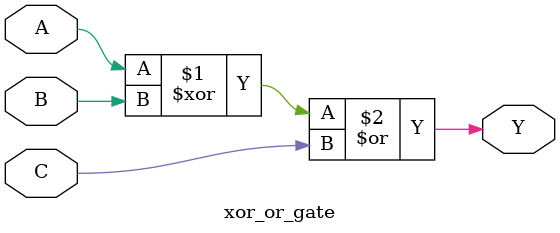
<source format=sv>
module xor_or_gate (
    input wire A, B, C,   // 输入A, B, C
    output wire Y         // 输出Y
);
    assign Y = (A ^ B) | C;  // 异或和或组合
endmodule

</source>
